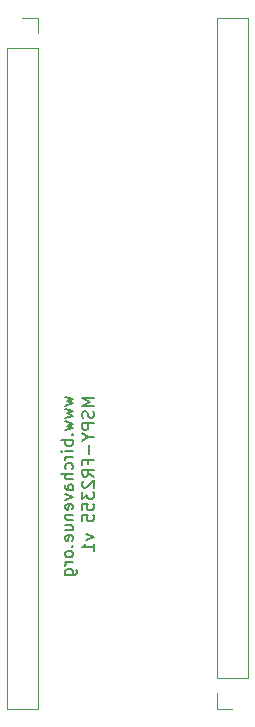
<source format=gbr>
%TF.GenerationSoftware,KiCad,Pcbnew,5.1.6-c6e7f7d~87~ubuntu18.04.1*%
%TF.CreationDate,2020-09-17T09:17:57+10:00*%
%TF.ProjectId,MSPY-FR2355,4d535059-2d46-4523-9233-35352e6b6963,rev?*%
%TF.SameCoordinates,Original*%
%TF.FileFunction,Legend,Bot*%
%TF.FilePolarity,Positive*%
%FSLAX46Y46*%
G04 Gerber Fmt 4.6, Leading zero omitted, Abs format (unit mm)*
G04 Created by KiCad (PCBNEW 5.1.6-c6e7f7d~87~ubuntu18.04.1) date 2020-09-17 09:17:57*
%MOMM*%
%LPD*%
G01*
G04 APERTURE LIST*
%ADD10C,0.150000*%
%ADD11C,0.120000*%
G04 APERTURE END LIST*
D10*
X137612380Y-100505428D02*
X136612380Y-100505428D01*
X137326666Y-100838761D01*
X136612380Y-101172095D01*
X137612380Y-101172095D01*
X137564761Y-101600666D02*
X137612380Y-101743523D01*
X137612380Y-101981619D01*
X137564761Y-102076857D01*
X137517142Y-102124476D01*
X137421904Y-102172095D01*
X137326666Y-102172095D01*
X137231428Y-102124476D01*
X137183809Y-102076857D01*
X137136190Y-101981619D01*
X137088571Y-101791142D01*
X137040952Y-101695904D01*
X136993333Y-101648285D01*
X136898095Y-101600666D01*
X136802857Y-101600666D01*
X136707619Y-101648285D01*
X136660000Y-101695904D01*
X136612380Y-101791142D01*
X136612380Y-102029238D01*
X136660000Y-102172095D01*
X137612380Y-102600666D02*
X136612380Y-102600666D01*
X136612380Y-102981619D01*
X136660000Y-103076857D01*
X136707619Y-103124476D01*
X136802857Y-103172095D01*
X136945714Y-103172095D01*
X137040952Y-103124476D01*
X137088571Y-103076857D01*
X137136190Y-102981619D01*
X137136190Y-102600666D01*
X137136190Y-103791142D02*
X137612380Y-103791142D01*
X136612380Y-103457809D02*
X137136190Y-103791142D01*
X136612380Y-104124476D01*
X137231428Y-104457809D02*
X137231428Y-105219714D01*
X137088571Y-106029238D02*
X137088571Y-105695904D01*
X137612380Y-105695904D02*
X136612380Y-105695904D01*
X136612380Y-106172095D01*
X137612380Y-107124476D02*
X137136190Y-106791142D01*
X137612380Y-106553047D02*
X136612380Y-106553047D01*
X136612380Y-106934000D01*
X136660000Y-107029238D01*
X136707619Y-107076857D01*
X136802857Y-107124476D01*
X136945714Y-107124476D01*
X137040952Y-107076857D01*
X137088571Y-107029238D01*
X137136190Y-106934000D01*
X137136190Y-106553047D01*
X136707619Y-107505428D02*
X136660000Y-107553047D01*
X136612380Y-107648285D01*
X136612380Y-107886380D01*
X136660000Y-107981619D01*
X136707619Y-108029238D01*
X136802857Y-108076857D01*
X136898095Y-108076857D01*
X137040952Y-108029238D01*
X137612380Y-107457809D01*
X137612380Y-108076857D01*
X136612380Y-108410190D02*
X136612380Y-109029238D01*
X136993333Y-108695904D01*
X136993333Y-108838761D01*
X137040952Y-108934000D01*
X137088571Y-108981619D01*
X137183809Y-109029238D01*
X137421904Y-109029238D01*
X137517142Y-108981619D01*
X137564761Y-108934000D01*
X137612380Y-108838761D01*
X137612380Y-108553047D01*
X137564761Y-108457809D01*
X137517142Y-108410190D01*
X136612380Y-109934000D02*
X136612380Y-109457809D01*
X137088571Y-109410190D01*
X137040952Y-109457809D01*
X136993333Y-109553047D01*
X136993333Y-109791142D01*
X137040952Y-109886380D01*
X137088571Y-109934000D01*
X137183809Y-109981619D01*
X137421904Y-109981619D01*
X137517142Y-109934000D01*
X137564761Y-109886380D01*
X137612380Y-109791142D01*
X137612380Y-109553047D01*
X137564761Y-109457809D01*
X137517142Y-109410190D01*
X136612380Y-110886380D02*
X136612380Y-110410190D01*
X137088571Y-110362571D01*
X137040952Y-110410190D01*
X136993333Y-110505428D01*
X136993333Y-110743523D01*
X137040952Y-110838761D01*
X137088571Y-110886380D01*
X137183809Y-110934000D01*
X137421904Y-110934000D01*
X137517142Y-110886380D01*
X137564761Y-110838761D01*
X137612380Y-110743523D01*
X137612380Y-110505428D01*
X137564761Y-110410190D01*
X137517142Y-110362571D01*
X136945714Y-112029238D02*
X137612380Y-112267333D01*
X136945714Y-112505428D01*
X137612380Y-113410190D02*
X137612380Y-112838761D01*
X137612380Y-113124476D02*
X136612380Y-113124476D01*
X136755238Y-113029238D01*
X136850476Y-112934000D01*
X136898095Y-112838761D01*
X135167714Y-100354761D02*
X135834380Y-100545238D01*
X135358190Y-100735714D01*
X135834380Y-100926190D01*
X135167714Y-101116666D01*
X135167714Y-101402380D02*
X135834380Y-101592857D01*
X135358190Y-101783333D01*
X135834380Y-101973809D01*
X135167714Y-102164285D01*
X135167714Y-102450000D02*
X135834380Y-102640476D01*
X135358190Y-102830952D01*
X135834380Y-103021428D01*
X135167714Y-103211904D01*
X135739142Y-103592857D02*
X135786761Y-103640476D01*
X135834380Y-103592857D01*
X135786761Y-103545238D01*
X135739142Y-103592857D01*
X135834380Y-103592857D01*
X135834380Y-104069047D02*
X134834380Y-104069047D01*
X135215333Y-104069047D02*
X135167714Y-104164285D01*
X135167714Y-104354761D01*
X135215333Y-104450000D01*
X135262952Y-104497619D01*
X135358190Y-104545238D01*
X135643904Y-104545238D01*
X135739142Y-104497619D01*
X135786761Y-104450000D01*
X135834380Y-104354761D01*
X135834380Y-104164285D01*
X135786761Y-104069047D01*
X135834380Y-104973809D02*
X135167714Y-104973809D01*
X134834380Y-104973809D02*
X134882000Y-104926190D01*
X134929619Y-104973809D01*
X134882000Y-105021428D01*
X134834380Y-104973809D01*
X134929619Y-104973809D01*
X135834380Y-105450000D02*
X135167714Y-105450000D01*
X135358190Y-105450000D02*
X135262952Y-105497619D01*
X135215333Y-105545238D01*
X135167714Y-105640476D01*
X135167714Y-105735714D01*
X135786761Y-106497619D02*
X135834380Y-106402380D01*
X135834380Y-106211904D01*
X135786761Y-106116666D01*
X135739142Y-106069047D01*
X135643904Y-106021428D01*
X135358190Y-106021428D01*
X135262952Y-106069047D01*
X135215333Y-106116666D01*
X135167714Y-106211904D01*
X135167714Y-106402380D01*
X135215333Y-106497619D01*
X135834380Y-106926190D02*
X134834380Y-106926190D01*
X135834380Y-107354761D02*
X135310571Y-107354761D01*
X135215333Y-107307142D01*
X135167714Y-107211904D01*
X135167714Y-107069047D01*
X135215333Y-106973809D01*
X135262952Y-106926190D01*
X135834380Y-108259523D02*
X135310571Y-108259523D01*
X135215333Y-108211904D01*
X135167714Y-108116666D01*
X135167714Y-107926190D01*
X135215333Y-107830952D01*
X135786761Y-108259523D02*
X135834380Y-108164285D01*
X135834380Y-107926190D01*
X135786761Y-107830952D01*
X135691523Y-107783333D01*
X135596285Y-107783333D01*
X135501047Y-107830952D01*
X135453428Y-107926190D01*
X135453428Y-108164285D01*
X135405809Y-108259523D01*
X135167714Y-108640476D02*
X135834380Y-108878571D01*
X135167714Y-109116666D01*
X135786761Y-109878571D02*
X135834380Y-109783333D01*
X135834380Y-109592857D01*
X135786761Y-109497619D01*
X135691523Y-109450000D01*
X135310571Y-109450000D01*
X135215333Y-109497619D01*
X135167714Y-109592857D01*
X135167714Y-109783333D01*
X135215333Y-109878571D01*
X135310571Y-109926190D01*
X135405809Y-109926190D01*
X135501047Y-109450000D01*
X135167714Y-110354761D02*
X135834380Y-110354761D01*
X135262952Y-110354761D02*
X135215333Y-110402380D01*
X135167714Y-110497619D01*
X135167714Y-110640476D01*
X135215333Y-110735714D01*
X135310571Y-110783333D01*
X135834380Y-110783333D01*
X135167714Y-111688095D02*
X135834380Y-111688095D01*
X135167714Y-111259523D02*
X135691523Y-111259523D01*
X135786761Y-111307142D01*
X135834380Y-111402380D01*
X135834380Y-111545238D01*
X135786761Y-111640476D01*
X135739142Y-111688095D01*
X135786761Y-112545238D02*
X135834380Y-112450000D01*
X135834380Y-112259523D01*
X135786761Y-112164285D01*
X135691523Y-112116666D01*
X135310571Y-112116666D01*
X135215333Y-112164285D01*
X135167714Y-112259523D01*
X135167714Y-112450000D01*
X135215333Y-112545238D01*
X135310571Y-112592857D01*
X135405809Y-112592857D01*
X135501047Y-112116666D01*
X135739142Y-113021428D02*
X135786761Y-113069047D01*
X135834380Y-113021428D01*
X135786761Y-112973809D01*
X135739142Y-113021428D01*
X135834380Y-113021428D01*
X135834380Y-113640476D02*
X135786761Y-113545238D01*
X135739142Y-113497619D01*
X135643904Y-113450000D01*
X135358190Y-113450000D01*
X135262952Y-113497619D01*
X135215333Y-113545238D01*
X135167714Y-113640476D01*
X135167714Y-113783333D01*
X135215333Y-113878571D01*
X135262952Y-113926190D01*
X135358190Y-113973809D01*
X135643904Y-113973809D01*
X135739142Y-113926190D01*
X135786761Y-113878571D01*
X135834380Y-113783333D01*
X135834380Y-113640476D01*
X135834380Y-114402380D02*
X135167714Y-114402380D01*
X135358190Y-114402380D02*
X135262952Y-114450000D01*
X135215333Y-114497619D01*
X135167714Y-114592857D01*
X135167714Y-114688095D01*
X135167714Y-115450000D02*
X135977238Y-115450000D01*
X136072476Y-115402380D01*
X136120095Y-115354761D01*
X136167714Y-115259523D01*
X136167714Y-115116666D01*
X136120095Y-115021428D01*
X135786761Y-115450000D02*
X135834380Y-115354761D01*
X135834380Y-115164285D01*
X135786761Y-115069047D01*
X135739142Y-115021428D01*
X135643904Y-114973809D01*
X135358190Y-114973809D01*
X135262952Y-115021428D01*
X135215333Y-115069047D01*
X135167714Y-115164285D01*
X135167714Y-115354761D01*
X135215333Y-115450000D01*
D11*
%TO.C,J2*%
X148022000Y-126806000D02*
X149352000Y-126806000D01*
X148022000Y-125476000D02*
X148022000Y-126806000D01*
X148022000Y-124206000D02*
X150682000Y-124206000D01*
X150682000Y-124206000D02*
X150682000Y-68266000D01*
X148022000Y-124206000D02*
X148022000Y-68266000D01*
X148022000Y-68266000D02*
X150682000Y-68266000D01*
%TO.C,J1*%
X132902000Y-68266000D02*
X131572000Y-68266000D01*
X132902000Y-69596000D02*
X132902000Y-68266000D01*
X132902000Y-70866000D02*
X130242000Y-70866000D01*
X130242000Y-70866000D02*
X130242000Y-126806000D01*
X132902000Y-70866000D02*
X132902000Y-126806000D01*
X132902000Y-126806000D02*
X130242000Y-126806000D01*
%TD*%
M02*

</source>
